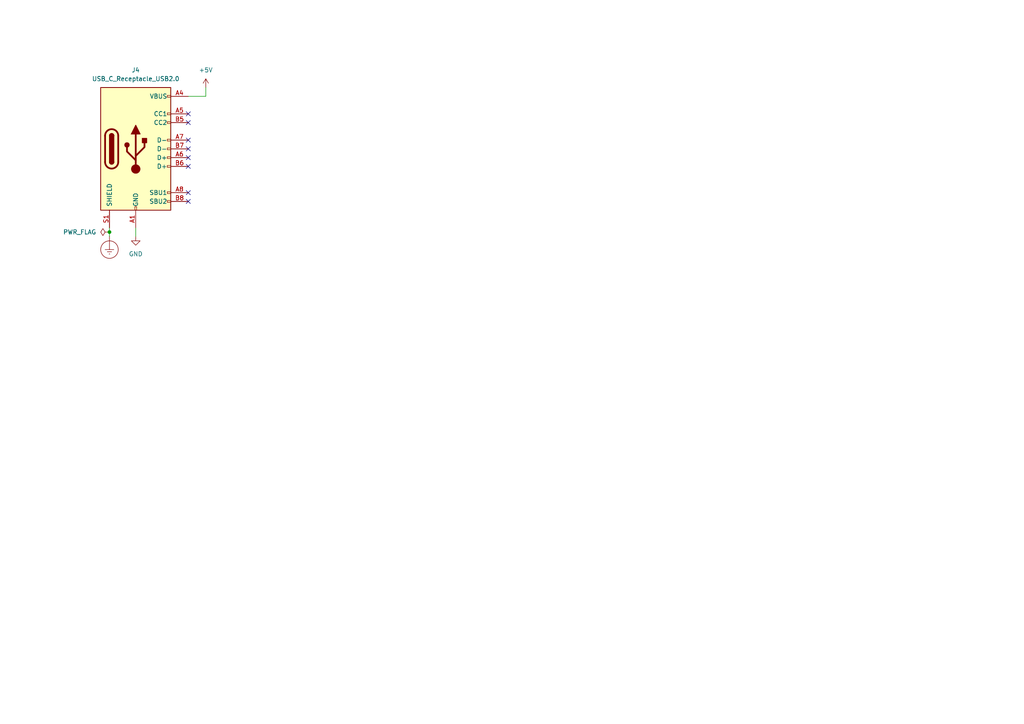
<source format=kicad_sch>
(kicad_sch (version 20230121) (generator eeschema)
  (paper "A4")
  (lib_symbols
    (symbol "Connector:USB_C_Receptacle_USB2.0" (pin_names (offset 1.016))
      (property "Reference" "J" (at -10.16 19.05 0))
      (property "Value" "USB_C_Receptacle_USB2.0" (at 19.05 19.05 0))
      (symbol "USB_C_Receptacle_USB2.0_0_0"
        (rectangle (start -0.254 -17.78) (end 0.254 -16.764))
        (rectangle (start 10.16 -14.986) (end 9.144 -15.494))
        (rectangle (start 10.16 -12.446) (end 9.144 -12.954))
        (rectangle (start 10.16 -4.826) (end 9.144 -5.334))
        (rectangle (start 10.16 -2.286) (end 9.144 -2.794))
        (rectangle (start 10.16 0.254) (end 9.144 -0.254))
        (rectangle (start 10.16 2.794) (end 9.144 2.286))
        (rectangle (start 10.16 7.874) (end 9.144 7.366))
        (rectangle (start 10.16 10.414) (end 9.144 9.906))
        (rectangle (start 10.16 15.494) (end 9.144 14.986))
      )
      (symbol "USB_C_Receptacle_USB2.0_0_1"
        (rectangle (start -10.16 17.78) (end 10.16 -17.78) (stroke (width 0.254)) (fill (type background)))
        (arc (start -8.89 -3.81) (mid -6.985 -5.7067) (end -5.08 -3.81) (stroke (width 0.508)))
        (arc (start -7.62 -3.81) (mid -6.985 -4.4423) (end -6.35 -3.81) (stroke (width 0.254)))
        (arc (start -7.62 -3.81) (mid -6.985 -4.4423) (end -6.35 -3.81) (stroke (width 0.254)) (fill (type outline)))
        (rectangle (start -7.62 -3.81) (end -6.35 3.81) (stroke (width 0.254)) (fill (type outline)))
        (arc (start -6.35 3.81) (mid -6.985 4.4423) (end -7.62 3.81) (stroke (width 0.254)))
        (arc (start -6.35 3.81) (mid -6.985 4.4423) (end -7.62 3.81) (stroke (width 0.254)) (fill (type outline)))
        (arc (start -5.08 3.81) (mid -6.985 5.7067) (end -8.89 3.81) (stroke (width 0.508)))
        (circle (center -2.54 1.143) (radius 0.635) (stroke (width 0.254)) (fill (type outline)))
        (circle (center 0 -5.842) (radius 1.27) (fill (type outline)))
        (polyline (pts (xy -8.89 -3.81) (xy -8.89 3.81)) (stroke (width 0.508)))
        (polyline (pts (xy -5.08 3.81) (xy -5.08 -3.81)) (stroke (width 0.508)))
        (polyline (pts (xy 0 -5.842) (xy 0 4.318)) (stroke (width 0.508)))
        (polyline (pts (xy 0 -3.302) (xy -2.54 -0.762) (xy -2.54 0.508)) (stroke (width 0.508)))
        (polyline (pts (xy 0 -2.032) (xy 2.54 0.508) (xy 2.54 1.778)) (stroke (width 0.508)))
        (polyline (pts (xy -1.27 4.318) (xy 0 6.858) (xy 1.27 4.318) (xy -1.27 4.318)) (stroke (width 0.254)) (fill (type outline)))
        (rectangle (start 1.905 1.778) (end 3.175 3.048) (stroke (width 0.254)) (fill (type outline)))
      )
      (symbol "USB_C_Receptacle_USB2.0_1_1"
        (pin passive line (at 0 -22.86 90) (length 5.08) (name "GND") (number "A1"))
        (pin passive line (at 0 -22.86 90) (length 5.08) hide (name "GND") (number "A12"))
        (pin passive line (at 15.24 15.24 180) (length 5.08) (name "VBUS") (number "A4"))
        (pin bidirectional line (at 15.24 10.16 180) (length 5.08) (name "CC1") (number "A5"))
        (pin bidirectional line (at 15.24 -2.54 180) (length 5.08) (name "D+") (number "A6"))
        (pin bidirectional line (at 15.24 2.54 180) (length 5.08) (name "D-") (number "A7"))
        (pin bidirectional line (at 15.24 -12.7 180) (length 5.08) (name "SBU1") (number "A8"))
        (pin passive line (at 15.24 15.24 180) (length 5.08) hide (name "VBUS") (number "A9"))
        (pin passive line (at 0 -22.86 90) (length 5.08) hide (name "GND") (number "B1"))
        (pin passive line (at 0 -22.86 90) (length 5.08) hide (name "GND") (number "B12"))
        (pin passive line (at 15.24 15.24 180) (length 5.08) hide (name "VBUS") (number "B4"))
        (pin bidirectional line (at 15.24 7.62 180) (length 5.08) (name "CC2") (number "B5"))
        (pin bidirectional line (at 15.24 -5.08 180) (length 5.08) (name "D+") (number "B6"))
        (pin bidirectional line (at 15.24 0 180) (length 5.08) (name "D-") (number "B7"))
        (pin bidirectional line (at 15.24 -15.24 180) (length 5.08) (name "SBU2") (number "B8"))
        (pin passive line (at 15.24 15.24 180) (length 5.08) hide (name "VBUS") (number "B9"))
        (pin passive line (at -7.62 -22.86 90) (length 5.08) (name "SHIELD") (number "S1"))
      )
    )
    (symbol "power:+5V" (power) (pin_names (offset 0))
      (property "Value" "+5V" (at 0 3.556 0))
      (symbol "+5V_0_1"
        (polyline (pts (xy -0.762 1.27) (xy 0 2.54)))
        (polyline (pts (xy 0 0) (xy 0 2.54)))
        (polyline (pts (xy 0 2.54) (xy 0.762 1.27)))
      )
      (symbol "+5V_1_1"
        (pin power_in line (at 0 0 90) (length 0) hide (name "+5V") (number "1"))
      )
    )
    (symbol "power:Earth_Protective" (power) (pin_names (offset 0))
      (symbol "Earth_Protective_0_1"
        (circle (center 0 -3.81) (radius 2.54))
        (polyline (pts (xy -0.635 -4.445) (xy 0.635 -4.445)))
        (polyline (pts (xy -0.127 -5.08) (xy 0.127 -5.08)))
        (polyline (pts (xy 0 -3.81) (xy 0 0)))
        (polyline (pts (xy 1.27 -3.81) (xy -1.27 -3.81)))
      )
      (symbol "Earth_Protective_1_1"
        (pin power_in line (at 0 0 270) (length 0) hide (name "Earth_Protective") (number "1"))
      )
    )
    (symbol "power:GND" (power) (pin_names (offset 0))
      (property "Value" "GND" (at 0 -3.81 0))
      (symbol "GND_0_1"
        (polyline (pts (xy 0 0) (xy 0 -1.27) (xy 1.27 -1.27) (xy 0 -2.54) (xy -1.27 -1.27) (xy 0 -1.27)))
      )
      (symbol "GND_1_1"
        (pin power_in line (at 0 0 270) (length 0) hide (name "GND") (number "1"))
      )
    )
    (symbol "power:PWR_FLAG" (power) (pin_numbers hide) (pin_names (offset 0) hide)
      (property "Value" "PWR_FLAG" (at 0 3.81 0))
      (symbol "PWR_FLAG_0_0"
        (pin power_out line (at 0 0 90) (length 0) (name "pwr") (number "1"))
      )
      (symbol "PWR_FLAG_0_1"
        (polyline (pts (xy 0 0) (xy 0 1.27) (xy -1.016 1.905) (xy 0 2.54) (xy 1.016 1.905) (xy 0 1.27)))
      )
    )
  )
  (junction (at 31.75 67.31))
  (no_connect (at 54.61 45.72))
  (no_connect (at 54.61 58.42))
  (no_connect (at 54.61 55.88))
  (no_connect (at 54.61 33.02))
  (no_connect (at 54.61 35.56))
  (no_connect (at 54.61 43.18))
  (no_connect (at 54.61 40.64))
  (no_connect (at 54.61 48.26))
  (wire (pts (xy 59.69 27.94) (xy 59.69 25.4)))
  (wire (pts (xy 39.37 68.58) (xy 39.37 66.04)))
  (wire (pts (xy 31.75 68.58) (xy 31.75 67.31)))
  (wire (pts (xy 54.61 27.94) (xy 59.69 27.94)))
  (wire (pts (xy 31.75 67.31) (xy 31.75 66.04)))
  (symbol (lib_id "power:Earth_Protective") (at 31.75 68.58 0) (unit 1)
    (property "Reference" "#PWR053" (effects hide))
    (property "Value" "Earth_Protective" (effects hide))
  )
  (symbol (lib_id "power:PWR_FLAG") (at 31.75 67.31 90) (unit 1)
    (property "Reference" "#FLG04" (effects hide))
    (property "Value" "PWR_FLAG" (at 27.94 67.31 90) (effects (justify left)))
  )
  (symbol (lib_id "power:+5V") (at 59.69 25.4 0) (unit 1)
    (property "Reference" "#PWR051" (effects hide))
    (property "Value" "+5V" (at 59.69 20.32 0))
  )
  (symbol (lib_id "power:GND") (at 39.37 68.58 0) (unit 1)
    (property "Reference" "#PWR052" (effects hide))
    (property "Value" "GND" (at 39.37 73.66 0))
  )
  (symbol (lib_id "Connector:USB_C_Receptacle_USB2.0") (at 39.37 43.18 0) (unit 1)
    (property "Reference" "J4" (at 39.37 20.32 0))
    (property "Value" "USB_C_Receptacle_USB2.0" (at 39.37 22.86 0))
    (property "Footprint" "Connector_USB:USB_C_Receptacle_G-Switch_GT-USB-7010ASV" (effects hide))
    (property "Datasheet" "https://www.usb.org/sites/default/files/documents/usb_type-c.zip" (effects hide))
    (property "JLCPCB Part #" "C2988369" (effects hide))
  )
)
</source>
